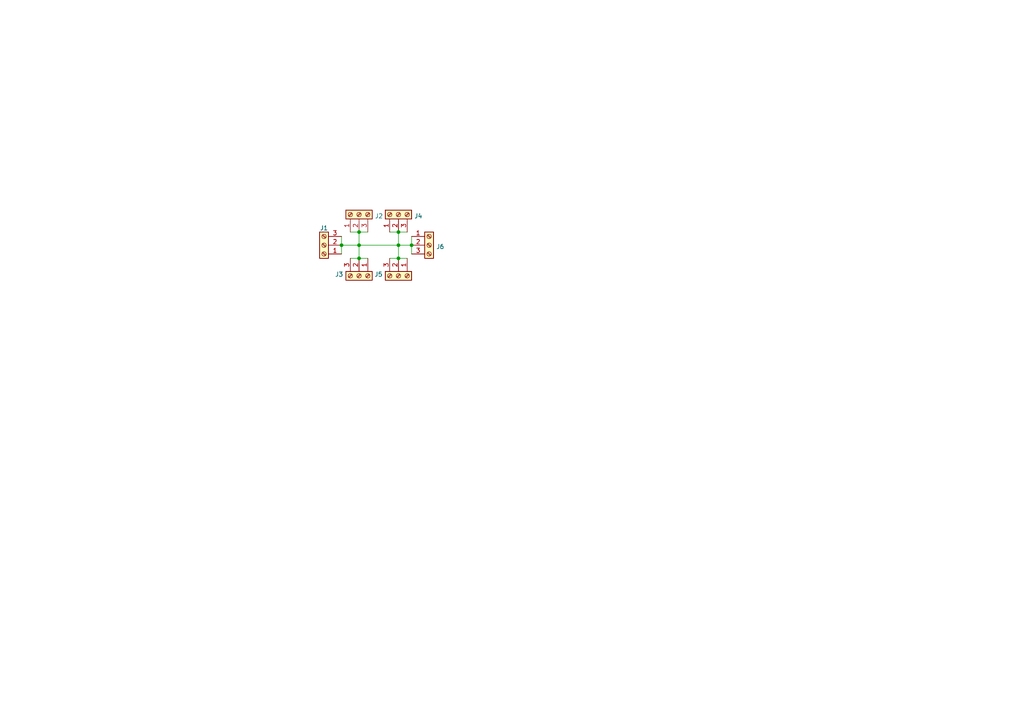
<source format=kicad_sch>
(kicad_sch (version 20211123) (generator eeschema)
  (paper "A4")
  (lib_symbols
    (symbol "Connector:Screw_Terminal_01x03" (pin_names (offset 1.016) hide)
      (property "Reference" "J" (at 0 5.08 0))
      (property "Value" "Screw_Terminal_01x03" (at 0 -5.08 0))
      (symbol "Screw_Terminal_01x03_1_1"
        (rectangle (start -1.27 3.81) (end 1.27 -3.81) (stroke (width 0.254)) (fill (type background)))
        (circle (center 0 -2.54) (radius 0.635) (stroke (width 0.1524)))
        (polyline (pts (xy -0.5334 -2.2098) (xy 0.3302 -3.048)) (stroke (width 0.1524)))
        (polyline (pts (xy -0.5334 0.3302) (xy 0.3302 -0.508)) (stroke (width 0.1524)))
        (polyline (pts (xy -0.5334 2.8702) (xy 0.3302 2.032)) (stroke (width 0.1524)))
        (polyline (pts (xy -0.3556 -2.032) (xy 0.508 -2.8702)) (stroke (width 0.1524)))
        (polyline (pts (xy -0.3556 0.508) (xy 0.508 -0.3302)) (stroke (width 0.1524)))
        (polyline (pts (xy -0.3556 3.048) (xy 0.508 2.2098)) (stroke (width 0.1524)))
        (circle (center 0 0) (radius 0.635) (stroke (width 0.1524)))
        (circle (center 0 2.54) (radius 0.635) (stroke (width 0.1524)))
        (pin passive line (at -5.08 2.54 0) (length 3.81) (name "Pin_1") (number "1"))
        (pin passive line (at -5.08 0 0) (length 3.81) (name "Pin_2") (number "2"))
        (pin passive line (at -5.08 -2.54 0) (length 3.81) (name "Pin_3") (number "3"))
      )
    )
  )
  (junction (at 119.38 71.12))
  (junction (at 115.57 74.93))
  (junction (at 104.14 67.31))
  (junction (at 99.06 71.12))
  (junction (at 115.57 67.31))
  (junction (at 115.57 71.12))
  (junction (at 104.14 71.12))
  (junction (at 104.14 74.93))
  (wire (pts (xy 115.57 74.93) (xy 118.11 74.93)))
  (wire (pts (xy 115.57 71.12) (xy 119.38 71.12)))
  (wire (pts (xy 99.06 71.12) (xy 99.06 73.66)))
  (wire (pts (xy 115.57 67.31) (xy 115.57 71.12)))
  (wire (pts (xy 115.57 67.31) (xy 118.11 67.31)))
  (wire (pts (xy 104.14 67.31) (xy 104.14 71.12)))
  (wire (pts (xy 104.14 67.31) (xy 106.68 67.31)))
  (wire (pts (xy 113.03 74.93) (xy 115.57 74.93)))
  (wire (pts (xy 99.06 68.58) (xy 99.06 71.12)))
  (wire (pts (xy 115.57 71.12) (xy 115.57 74.93)))
  (wire (pts (xy 99.06 71.12) (xy 104.14 71.12)))
  (wire (pts (xy 101.6 67.31) (xy 104.14 67.31)))
  (wire (pts (xy 104.14 71.12) (xy 104.14 74.93)))
  (wire (pts (xy 101.6 74.93) (xy 104.14 74.93)))
  (wire (pts (xy 119.38 71.12) (xy 119.38 73.66)))
  (wire (pts (xy 119.38 68.58) (xy 119.38 71.12)))
  (wire (pts (xy 113.03 67.31) (xy 115.57 67.31)))
  (wire (pts (xy 104.14 74.93) (xy 106.68 74.93)))
  (wire (pts (xy 104.14 71.12) (xy 115.57 71.12)))
  (symbol (lib_id "Connector:Screw_Terminal_01x03") (at 115.57 80.01 270) (unit 1)
    (property "Reference" "J5" (at 110.998 79.5762 90) (effects (justify right)))
    (property "Value" "Screw_Terminal_01x03" (effects hide))
    (property "Footprint" "TerminalBlock_Phoenix:TerminalBlock_Phoenix_MKDS-1,5-3-5.08_1x03_P5.08mm_Horizontal" (effects hide))
  )
  (symbol (lib_id "Connector:Screw_Terminal_01x03") (at 104.14 80.01 270) (unit 1)
    (property "Reference" "J3" (at 99.568 79.5762 90) (effects (justify right)))
    (property "Value" "Screw_Terminal_01x03" (effects hide))
    (property "Footprint" "TerminalBlock_Phoenix:TerminalBlock_Phoenix_MKDS-1,5-3-5.08_1x03_P5.08mm_Horizontal" (effects hide))
  )
  (symbol (lib_id "Connector:Screw_Terminal_01x03") (at 93.98 71.12 180) (unit 1)
    (property "Reference" "J1" (at 93.98 66.1472 0))
    (property "Value" "Screw_Terminal_01x03" (effects hide))
    (property "Footprint" "TerminalBlock_Phoenix:TerminalBlock_Phoenix_MKDS-1,5-3-5.08_1x03_P5.08mm_Horizontal" (effects hide))
  )
  (symbol (lib_id "Connector:Screw_Terminal_01x03") (at 124.46 71.12 0) (unit 1)
    (property "Reference" "J6" (at 126.492 71.5538 0) (effects (justify left)))
    (property "Value" "Screw_Terminal_01x03" (effects hide))
    (property "Footprint" "TerminalBlock_Phoenix:TerminalBlock_Phoenix_MKDS-1,5-3-5.08_1x03_P5.08mm_Horizontal" (effects hide))
  )
  (symbol (lib_id "Connector:Screw_Terminal_01x03") (at 104.14 62.23 90) (unit 1)
    (property "Reference" "J2" (at 108.712 62.6638 90) (effects (justify right)))
    (property "Value" "Screw_Terminal_01x03" (effects hide))
    (property "Footprint" "TerminalBlock_Phoenix:TerminalBlock_Phoenix_MKDS-1,5-3-5.08_1x03_P5.08mm_Horizontal" (effects hide))
  )
  (symbol (lib_id "Connector:Screw_Terminal_01x03") (at 115.57 62.23 90) (unit 1)
    (property "Reference" "J4" (at 120.142 62.6638 90) (effects (justify right)))
    (property "Value" "Screw_Terminal_01x03" (effects hide))
    (property "Footprint" "TerminalBlock_Phoenix:TerminalBlock_Phoenix_MKDS-1,5-3-5.08_1x03_P5.08mm_Horizontal" (effects hide))
  )
)
</source>
